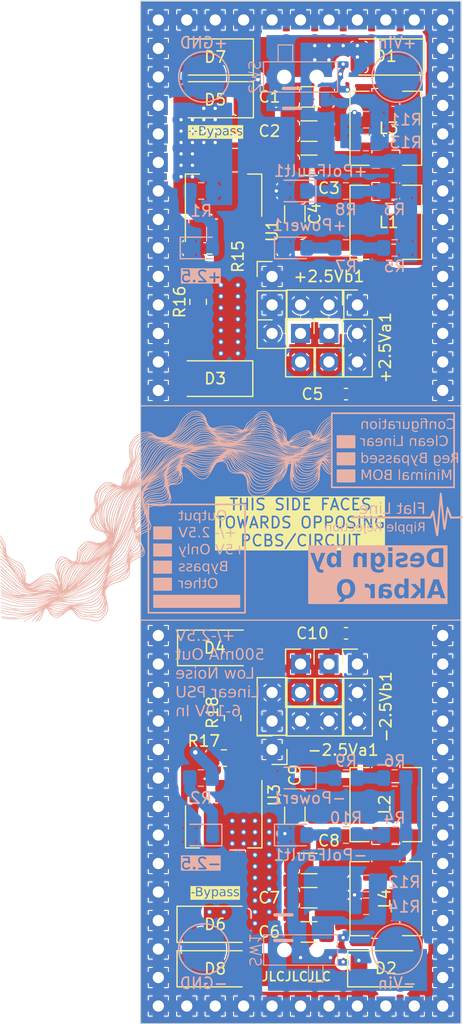
<source format=kicad_pcb>
(kicad_pcb (version 20241229) (generator "pcbnew") (generator_version "9.0")
  (title_block (title "Linear Power Supply for Amplifier") (date "2024-04-24") (rev "1.2") (company "Manufactured and SMD Hot Air Soldered") (comment 1 "Pins on the PCB Don't Stay Vertical Easily"))
  (layers (0 "F.Cu" signal) (4 "In1.Cu" signal) (6 "In2.Cu" signal) (2 "B.Cu" signal) (13 "F.Paste" user) (15 "B.Paste" user) (5 "F.SilkS" user "F.Silkscreen") (7 "B.SilkS" user "B.Silkscreen") (1 "F.Mask" user) (3 "B.Mask" user) (25 "Edge.Cuts" user))
  (net 0 "")
  (net 1 "GND")
  (net 2 "Net-(+5-A)")
  (net 3 "Net-(+5Va1-Pin_1)")
  (net 4 "Net-(+PolFault1-K)")
  (net 5 "Net-(+Power1-A)")
  (net 6 "Net-(-5-K)")
  (net 7 "Net-(-5Va1-Pin_1)")
  (net 8 "Net-(-PolFault1-A)")
  (net 9 "Net-(-Power1-K)")
  (net 10 "Net-(D1-K)")
  (net 11 "Net-(C3-Pad1)")
  (net 12 "Net-(D5-K)")
  (net 13 "Net-(D2-A)")
  (net 14 "Net-(C8-Pad1)")
  (net 15 "Net-(D6-A)")
  (net 16 "Net-(D1-A)")
  (net 17 "Net-(D2-K)")
  (net 18 "Net-(R3-Pad1)")
  (net 19 "Net-(R10-Pad2)")
  (net 20 "Net-(R5-Pad1)")
  (net 21 "Net-(R6-Pad1)")
  (net 22 "Net-(SW2-C)")
  (net 23 "Net-(SW1-C)")
  (net 24 "Net-(SW2-A)")
  (net 25 "Net-(SW1-A)")
  (net 26 "Net-(U1-ADJ)")
  (net 27 "Net-(U3-ADJ)")
  (footprint "" (layer "F.Cu") (at 30.734 35.814)
    (property "Reference" "")
    (property "Value" "")
  )
  (footprint "Connector_PinHeader_2.54mm:PinHeader_1x03_P2.54mm_Vertical" (layer "F.Cu") (at 48.514 88.138)
    (property "Reference" "-G1" (hide yes))
    (property "Value" "Conn_01x03")
  )
  (footprint "Package_TO_SOT_SMD:SOT-223-3_TabPin2" (layer "F.Cu") (at 36.562 46.38 90)
    (property "Reference" "U1")
    (property "Value" "LM317_SOT-223")
  )
  (footprint "Capacitor_SMD:C_1206_3216Metric_Pad1.33x1.80mm_HandSolder" (layer "F.Cu") (at 44.196 108.966 180)
    (property "Reference" "C7")
    (property "Value" "2.2u")
  )
  (footprint "" (layer "F.Cu") (at 30.734 85.598 180)
    (property "Reference" "")
    (property "Value" "")
  )
  (footprint "Diode_SMD:D_MELF" (layer "F.Cu") (at 51.054 115.3)
    (property "Reference" "D2")
    (property "Value" "Diode")
  )
  (footprint "Diode_SMD:D_MELF" (layer "F.Cu") (at 35.814 115.3)
    (property "Reference" "D8")
    (property "Value" "PolFaultClamp-DNP")
  )
  (footprint "Connector_PinHeader_2.54mm:PinHeader_1x02_P2.54mm_Vertical" (layer "F.Cu") (at 43.434 58.674)
    (property "Reference" "+2.5Va1")
    (property "Value" "Conn_01x02_Pin")
  )
  (footprint "Capacitor_SMD:C_1206_3216Metric_Pad1.33x1.80mm_HandSolder" (layer "F.Cu") (at 44.196 37.592 180)
    (property "Reference" "C1")
    (property "Value" "2.2u")
  )
  (footprint "" (layer "F.Cu") (at 56.134 51.054)
    (property "Reference" "")
    (property "Value" "")
  )
  (footprint "" (layer "F.Cu") (at 56.134 45.974)
    (property "Reference" "")
    (property "Value" "")
  )
  (footprint "" (layer "F.Cu") (at 56.134 56.134)
    (property "Reference" "")
    (property "Value" "")
  )
  (footprint "Connector_PinHeader_2.54mm:PinHeader_1x03_P2.54mm_Vertical" (layer "F.Cu") (at 40.894 53.594)
    (property "Reference" "+G1" (hide yes))
    (property "Value" "Conn_01x03")
  )
  (footprint "" (layer "F.Cu") (at 43.434 30.734)
    (property "Reference" "")
    (property "Value" "")
  )
  (footprint "" (layer "F.Cu") (at 56.134 48.514)
    (property "Reference" "")
    (property "Value" "")
  )
  (footprint "Capacitor_SMD:C_1206_3216Metric_Pad1.33x1.80mm_HandSolder" (layer "F.Cu") (at 44.196 40.64 180)
    (property "Reference" "C2")
    (property "Value" "2.2u")
  )
  (footprint "" (layer "F.Cu") (at 56.134 95.758 180)
    (property "Reference" "")
    (property "Value" "")
  )
  (footprint "" (layer "F.Cu") (at 30.734 53.594)
    (property "Reference" "")
    (property "Value" "")
  )
  (footprint "Diode_SMD:D_2010_5025Metric_Pad1.52x2.65mm_HandSolder" (layer "F.Cu") (at 35.814 86.7)
    (property "Reference" "D4")
    (property "Value" "D_Zener")
  )
  (footprint "" (layer "F.Cu") (at 30.734 30.734)
    (property "Reference" "")
    (property "Value" "")
  )
  (footprint "" (layer "F.Cu") (at 56.134 58.674)
    (property "Reference" "")
    (property "Value" "")
  )
  (footprint "" (layer "F.Cu") (at 30.734 95.758 180)
    (property "Reference" "")
    (property "Value" "")
  )
  (footprint "" (layer "F.Cu") (at 30.734 45.974)
    (property "Reference" "")
    (property "Value" "")
  )
  (footprint "" (layer "F.Cu") (at 56.134 88.138 180)
    (property "Reference" "")
    (property "Value" "")
  )
  (footprint "Diode_SMD:D_MELF" (layer "F.Cu") (at 51.054 34.036 180)
    (property "Reference" "D1")
    (property "Value" "Diode")
  )
  (footprint "" (layer "F.Cu") (at 53.594 30.734)
    (property "Reference" "")
    (property "Value" "")
  )
  (footprint "" (layer "F.Cu") (at 56.134 113.538 180)
    (property "Reference" "")
    (property "Value" "")
  )
  (footprint "" (layer "F.Cu") (at 51.054 30.734)
    (property "Reference" "")
    (property "Value" "")
  )
  (footprint "Diode_SMD:D_MELF" (layer "F.Cu") (at 35.814 34.036 180)
    (property "Reference" "D7")
    (property "Value" "PolFaultClamp-DNP")
  )
  (footprint "" (layer "F.Cu") (at 45.974 30.734)
    (property "Reference" "")
    (property "Value" "")
  )
  (footprint "" (layer "F.Cu") (at 56.134 105.918 180)
    (property "Reference" "")
    (property "Value" "")
  )
  (footprint "" (layer "F.Cu") (at 56.134 103.378 180)
    (property "Reference" "")
    (property "Value" "")
  )
  (footprint "" (layer "F.Cu") (at 56.134 100.838 180)
    (property "Reference" "")
    (property "Value" "")
  )
  (footprint "" (layer "F.Cu") (at 30.734 43.434)
    (property "Reference" "")
    (property "Value" "")
  )
  (footprint "" (layer "F.Cu") (at 56.134 90.678 180)
    (property "Reference" "")
    (property "Value" "")
  )
  (footprint "" (layer "F.Cu") (at 56.134 98.298 180)
    (property "Reference" "")
    (property "Value" "")
  )
  (footprint "Diode_SMD:D_MELF" (layer "F.Cu") (at 35.814 111.334)
    (property "Reference" "D6")
    (property "Value" "Bypass")
  )
  (footprint "" (layer "F.Cu") (at 40.894 118.618 180)
    (property "Reference" "")
    (property "Value" "")
  )
  (footprint "" (layer "F.Cu") (at 30.734 40.894)
    (property "Reference" "")
    (property "Value" "")
  )
  (footprint "" (layer "F.Cu") (at 33.274 118.618 180)
    (property "Reference" "")
    (property "Value" "")
  )
  (footprint "Inductor_SMD:L_6.3x6.3_H3" (layer "F.Cu") (at 51.054 109.048 90)
    (property "Reference" "L4")
    (property "Value" "L")
  )
  (footprint "Connector_PinHeader_2.54mm:PinHeader_1x02_P2.54mm_Vertical" (layer "F.Cu") (at 45.974 88.138)
    (property "Reference" "-2.5Vb1")
    (property "Value" "Conn_01x02_Pin")
  )
  (footprint "" (layer "F.Cu") (at 48.514 118.618 180)
    (property "Reference" "")
    (property "Value" "")
  )
  (footprint "" (layer "F.Cu") (at 30.734 63.754)
    (property "Reference" "")
    (property "Value" "")
  )
  (footprint "" (layer "F.Cu") (at 30.734 98.298 180)
    (property "Reference" "")
    (property "Value" "")
  )
  (footprint "" (layer "F.Cu") (at 51.054 118.618 180)
    (property "Reference" "")
    (property "Value" "")
  )
  (footprint "" (layer "F.Cu") (at 56.134 40.894)
    (property "Reference" "")
    (property "Value" "")
  )
  (footprint "Diode_SMD:D_MELF" (layer "F.Cu") (at 35.814 37.846 180)
    (property "Reference" "D5")
    (property "Value" "Bypass")
  )
  (footprint "Inductor_SMD:L_6.3x6.3_H3" (layer "F.Cu") (at 51.054 40.386 -90)
    (property "Reference" "L3")
    (property "Value" "L")
  )
  (footprint "Capacitor_SMD:C_1206_3216Metric_Pad1.33x1.80mm_HandSolder" (layer "F.Cu") (at 42.926 48.006 90)
    (property "Reference" "C4")
    (property "Value" "2.2u")
  )
  (footprint "Resistor_SMD:R_0805_2012Metric_Pad1.20x1.40mm_HandSolder" (layer "F.Cu") (at 35.29 52.324)
    (property "Reference" "R15")
    (property "Value" "680R")
  )
  (footprint "" (layer "F.Cu") (at 56.134 61.214)
    (property "Reference" "")
    (property "Value" "")
  )
  (footprint "Inductor_SMD:L_6.3x6.3_H3" (layer "F.Cu") (at 51.054 48.768 -90)
    (property "Reference" "L1")
    (property "Value" "L")
  )
  (footprint "" (layer "F.Cu") (at 56.134 53.594)
    (property "Reference" "")
    (property "Value" "")
  )
  (footprint "" (layer "F.Cu") (at 56.134 110.998 180)
    (property "Reference" "")
    (property "Value" "")
  )
  (footprint "" (layer "F.Cu") (at 30.734 61.214)
    (property "Reference" "")
    (property "Value" "")
  )
  (footprint "" (layer "F.Cu") (at 30.734 105.918 180)
    (property "Reference" "")
    (property "Value" "")
  )
  (footprint "Capacitor_SMD:C_1206_3216Metric_Pad1.33x1.80mm_HandSolder" (layer "F.Cu") (at 44.196 112.014 180)
    (property "Reference" "C6")
    (property "Value" "2.2u")
  )
  (footprint "" (layer "F.Cu") (at 30.734 116.078 180)
    (property "Reference" "")
    (property "Value" "")
  )
  (footprint "" (layer "F.Cu") (at 30.734 100.838 180)
    (property "Reference" "")
    (property "Value" "")
  )
  (footprint "Capacitor_SMD:C_1206_3216Metric_Pad1.33x1.80mm_HandSolder" (layer "F.Cu") (at 44.196 105.918 180)
    (property "Reference" "C8")
    (property "Value" "2.2u")
  )
  (footprint "" (layer "F.Cu") (at 30.734 118.618 180)
    (property "Reference" "")
    (property "Value" "")
  )
  (footprint "" (layer "F.Cu") (at 38.354 118.618 180)
    (property "Reference" "")
    (property "Value" "")
  )
  (footprint "" (layer "F.Cu") (at 56.134 43.434)
    (property "Reference" "")
    (property "Value" "")
  )
  (footprint "Capacitor_SMD:C_1206_3216Metric_Pad1.33x1.80mm_HandSolder" (layer "F.Cu") (at 44.196 43.688 180)
    (property "Reference" "C3")
    (property "Value" "2.2u")
  )
  (footprint "" (layer "F.Cu") (at 33.274 30.734)
    (property "Reference" "")
    (property "Value" "")
  )
  (footprint "" (layer "F.Cu") (at 38.354 30.734)
    (property "Reference" "")
    (property "Value" "")
  )
  (footprint "Resistor_SMD:R_0805_2012Metric_Pad1.20x1.40mm_HandSolder" (layer "F.Cu") (at 37.37 92.964 -90)
    (property "Reference" "R18")
    (property "Value" "680R")
  )
  (footprint "" (layer "F.Cu") (at 45.974 118.618 180)
    (property "Reference" "")
    (property "Value" "")
  )
  (footprint "Capacitor_SMD:C_0603_1608Metric_Pad1.08x0.95mm_HandSolder" (layer "F.Cu") (at 47.498 85.4)
    (property "Reference" "C10")
    (property "Value" "100n")
  )
  (footprint "" (layer "F.Cu") (at 30.734 93.218 180)
    (property "Reference" "")
    (property "Value" "")
  )
  (footprint "" (layer "F.Cu") (at 40.894 30.734)
    (property "Reference" "")
    (property "Value" "")
  )
  (footprint "Diode_SMD:D_2010_5025Metric_Pad1.52x2.65mm_HandSolder" (layer "F.Cu") (at 35.814 62.7 180)
    (property "Reference" "D3")
    (property "Value" "D_Zener")
  )
  (footprint "Capacitor_SMD:C_0603_1608Metric_Pad1.08x0.95mm_HandSolder" (layer "F.Cu") (at 47.498 64.08)
    (property "Reference" "C5")
    (property "Value" "100n")
  )
  (footprint "" (layer "F.Cu") (at 30.734 58.674)
    (property "Reference" "")
    (property "Value" "")
  )
  (footprint "" (layer "F.Cu") (at 30.734 33.274)
    (property "Reference" "")
    (property "Value" "")
  )
  (footprint "" (layer "F.Cu") (at 30.734 56.134)
    (property "Reference" "")
    (property "Value" "")
  )
  (footprint "" (layer "F.Cu") (at 35.814 118.618 180)
    (property "Reference" "")
    (property "Value" "")
  )
  (footprint "" (layer "F.Cu") (at 43.434 118.618 180)
    (property "Reference" "")
    (property "Value" "")
  )
  (footprint "" (layer "F.Cu") (at 30.734 108.458 180)
    (property "Reference" "")
    (property "Value" "")
  )
  (footprint "" (layer "F.Cu") (at 30.734 48.514)
    (property "Reference" "")
    (property "Value" "")
  )
  (footprint "" (layer "F.Cu") (at 30.734 88.138 180)
    (property "Reference" "")
    (property "Value" "")
  )
  (footprint "" (layer "F.Cu") (at 30.734 51.054)
    (property "Reference" "")
    (property "Value" "")
  )
  (footprint "" (layer "F.Cu") (at 56.134 93.218 180)
    (property "Reference" "")
    (property "Value" "")
  )
  (footprint "" (layer "F.Cu") (at 56.134 118.618 180)
    (property "Reference" "")
    (property "Value" "")
  )
  (footprint "Connector_PinHeader_2.54mm:PinHeader_1x02_P2.54mm_Vertical" (layer "F.Cu") (at 43.434 88.138)
    (property "Reference" "-2.5Va1")
    (property "Value" "Conn_01x02_Pin")
  )
  (footprint "Resistor_SMD:R_0805_2012Metric_Pad1.20x1.40mm_HandSolder" (layer "F.Cu") (at 34.29 55.864 90)
    (property "Reference" "R16")
    (property "Value" "680R")
  )
  (footprint "" (layer "F.Cu") (at 30.734 90.678 180)
    (property "Reference" "")
    (property "Value" "")
  )
  (footprint "" (layer "F.Cu") (at 56.134 35.814)
    (property "Reference" "")
    (property "Value" "")
  )
  (footprint "" (layer "F.Cu") (at 56.134 33.274)
    (property "Reference" "")
    (property "Value" "")
  )
  (footprint "Package_TO_SOT_SMD:SOT-223-3_TabPin2" (layer "F.Cu") (at 36.576 102.616 -90)
    (property "Reference" "U3")
    (property "Value" "LM337_SOT223")
  )
  (footprint "" (layer "F.Cu") (at 56.134 116.078 180)
    (property "Reference" "")
    (property "Value" "")
  )
  (footprint "Connector_PinHeader_2.54mm:PinHeader_1x03_P2.54mm_Vertical" (layer "F.Cu") (at 40.894 95.758 180)
    (property "Reference" "-G3" (hide yes))
    (property "Value" "Conn_01x03")
  )
  (footprint "" (layer "F.Cu") (at 56.134 30.734)
    (property "Reference" "")
    (property "Value" "")
  )
  (footprint "" (layer "F.Cu") (at 30.734 103.378 180)
    (property "Reference" "")
    (property "Value" "")
  )
  (footprint "" (layer "F.Cu") (at 56.134 63.754)
    (property "Reference" "")
    (property "Value" "")
  )
  (footprint "" (layer "F.Cu") (at 53.594 118.618 180)
    (property "Reference" "")
    (property "Value" "")
  )
  (footprint "" (layer "F.Cu") (at 48.514 30.734)
    (property "Reference" "")
    (property "Value" "")
  )
  (footprint "Connector_PinHeader_2.54mm:PinHeader_1x02_P2.54mm_Vertical" (layer "F.Cu") (at 45.974 58.674)
    (property "Reference" "+2.5Vb1")
    (property "Value" "Conn_01x02_Pin")
  )
  (footprint "" (layer "F.Cu") (at 56.134 38.354)
    (property "Reference" "")
    (property "Value" "")
  )
  (footprint "Connector_PinHeader_2.54mm:PinHeader_1x03_P2.54mm_Vertical" (layer "F.Cu") (at 40.894 56.134 90)
    (property "Reference" "+G2" (hide yes))
    (property "Value" "Conn_01x03")
  )
  (footprint "Connector_PinHeader_2.54mm:PinHeader_1x03_P2.54mm_Vertical" (layer "F.Cu") (at 40.894 93.218 90)
    (property "Reference" "-G2" (hide yes))
    (property "Value" "Conn_01x03")
  )
  (footprint "" (layer "F.Cu") (at 56.134 85.598 180)
    (property "Reference" "")
    (property "Value" "")
  )
  (footprint "Capacitor_SMD:C_1206_3216Metric_Pad1.33x1.80mm_HandSolder" (layer "F.Cu") (at 42.926 101.6 -90)
    (property "Reference" "C9")
    (property "Value" "2.2u")
  )
  (footprint "Resistor_SMD:R_0805_2012Metric_Pad1.20x1.40mm_HandSolder" (layer "F.Cu") (at 36.592 96.52 180)
    (property "Reference" "R17")
    (property "Value" "680R")
  )
  (footprint "Connector_PinHeader_2.54mm:PinHeader_1x03_P2.54mm_Vertical" (layer "F.Cu") (at 48.514 56.134)
    (property "Reference" "+G3" (hide yes))
    (property "Value" "Conn_01x03")
  )
  (footprint "" (layer "F.Cu") (at 30.734 38.354)
    (property "Reference" "")
    (property "Value" "")
  )
  (footprint "" (layer "F.Cu") (at 30.734 110.998 180)
    (property "Reference" "")
    (property "Value" "")
  )
  (footprint "Inductor_SMD:L_6.3x6.3_H3" (layer "F.Cu") (at 51.054 100.666 90)
    (property "Reference" "L2")
    (property "Value" "L")
  )
  (footprint "" (layer "F.Cu") (at 56.134 108.458 180)
    (property "Reference" "")
    (property "Value" "")
  )
  (footprint "" (layer "F.Cu") (at 30.734 113.538 180)
    (property "Reference" "")
    (property "Value" "")
  )
  (footprint "" (layer "F.Cu") (at 35.814 30.734)
    (property "Reference" "")
    (property "Value" "")
  )
  (footprint "Resistor_SMD:R_0805_2012Metric_Pad1.20x1.40mm_HandSolder" (layer "B.Cu") (at 49.276 41.656 180)
    (property "Reference" "R13")
    (property "Value" "680R")
  )
  (footprint "LOGO" (layer "B.Cu") (at 31.623 74.676 -90)
    (property "Reference" "G***" (hide yes))
    (property "Value" "LOGO" (hide yes))
  )
  (footprint "Resistor_SMD:R_0805_2012Metric_Pad1.20x1.40mm_HandSolder" (layer "B.Cu") (at 47.493 103.378)
    (property "Reference" "R10")
    (property "Value" "680R")
  )
  (footprint "Resistor_SMD:R_0805_2012Metric_Pad1.20x1.40mm_HandSolder" (layer "B.Cu") (at 34.562 45.974 180)
    (property "Reference" "R1")
    (property "Value" "680R")
  )
  (footprint "TestPoint:TestPoint_Pad_D4.0mm" (layer "B.Cu") (at 34.798 35.814 180)
    (property "Reference" "+GND")
    (property "Value" "TestPoint")
  )
  (footprint "Resistor_SMD:R_0805_2012Metric_Pad1.20x1.40mm_HandSolder" (layer "B.Cu") (at 47.477 45.976)
    (property "Reference" "R8")
    (property "Value" "680R")
  )
  (footprint "LED_SMD:LED_0805_2012Metric_Pad1.15x1.40mm_HandSolder" (layer "B.Cu") (at 34.553 51.054)
    (property "Reference" "+2.5")
    (property "Value" "LED")
  )
  (footprint "Resistor_SMD:R_0805_2012Metric_Pad1.20x1.40mm_HandSolder" (layer "B.Cu") (at 49.292 107.696 180)
    (property "Reference" "R12")
    (property "Value" "680R")
  )
  (footprint "LED_SMD:LED_0805_2012Metric_Pad1.15x1.40mm_HandSolder" (layer "B.Cu") (at 42.967 103.378)
    (property "Reference" "-PolFault1")
    (property "Value" "LED")
  )
  (footprint "Resistor_SMD:R_0805_2012Metric_Pad1.20x1.40mm_HandSolder" (layer "B.Cu") (at 34.544 98.298 180)
    (property "Reference" "R2")
    (property "Value" "680R")
  )
  (footprint "TestPoint:TestPoint_Pad_D4.0mm" (layer "B.Cu") (at 52.07 35.814 180)
    (property "Reference" "+Vin")
    (property "Value" "TestPoint")
  )
  (footprint "Resistor_SMD:R_0805_2012Metric_Pad1.20x1.40mm_HandSolder" (layer "B.Cu") (at 51.841 103.378)
    (property "Reference" "R4")
    (property "Value" "680R")
  )
  (footprint "Resistor_SMD:R_0805_2012Metric_Pad1.20x1.40mm_HandSolder" (layer "B.Cu") (at 47.493 51.054)
    (property "Reference" "R7")
    (property "Value" "680R")
  )
  (footprint "Resistor_SMD:R_0805_2012Metric_Pad1.20x1.40mm_HandSolder" (layer "B.Cu") (at 51.841 51.054)
    (property "Reference" "R5")
    (property "Value" "680R")
  )
  (footprint "LED_SMD:LED_0805_2012Metric_Pad1.15x1.40mm_HandSolder" (layer "B.Cu") (at 34.553 103.378 180)
    (property "Reference" "-2.5")
    (property "Value" "LED")
  )
  (footprint "Resistor_SMD:R_0805_2012Metric_Pad1.20x1.40mm_HandSolder" (layer "B.Cu") (at 47.493 98.298)
    (property "Reference" "R9")
    (property "Value" "680R")
  )
  (footprint "Resistor_SMD:R_0805_2012Metric_Pad1.20x1.40mm_HandSolder" (layer "B.Cu") (at 49.292 109.728 180)
    (property "Reference" "R14")
    (property "Value" "680R")
  )
  (footprint "LED_SMD:LED_0805_2012Metric_Pad1.15x1.40mm_HandSolder" (layer "B.Cu") (at 42.967 51.054)
    (property "Reference" "+Power1")
    (property "Value" "LED")
  )
  (footprint "Resistor_SMD:R_0805_2012Metric_Pad1.20x1.40mm_HandSolder" (layer "B.Cu") (at 51.825 45.974)
    (property "Reference" "R3")
    (property "Value" "680R")
  )
  (footprint "RF-Project2:SPDT-Long-SMD" (layer "B.Cu") (at 43.444 113.622 90)
    (property "Reference" "SW1")
    (property "Value" "SW_SPDT")
  )
  (footprint "LOGO" (layer "B.Cu") (at 52.959 74.803 180)
    (property "Reference" "G***" (hide yes))
    (property "Value" "LOGO" (hide yes))
  )
  (footprint "TestPoint:TestPoint_Pad_D4.0mm" (layer "B.Cu") (at 52.07 113.538)
    (property "Reference" "-Vin")
    (property "Value" "TestPoint")
  )
  (footprint "TestPoint:TestPoint_Pad_D4.0mm" (layer "B.Cu") (at 34.798 113.538)
    (property "Reference" "-GND")
    (property "Value" "TestPoint")
  )
  (footprint "Resistor_SMD:R_0805_2012Metric_Pad1.20x1.40mm_HandSolder" (layer "B.Cu") (at 51.841 98.298)
    (property "Reference" "R6")
    (property "Value" "680R")
  )
  (footprint "LED_SMD:LED_0805_2012Metric_Pad1.15x1.40mm_HandSolder" (layer "B.Cu") (at 42.967 98.298 180)
    (property "Reference" "-Power1")
    (property "Value" "LED")
  )
  (footprint "LED_SMD:LED_0805_2012Metric_Pad1.15x1.40mm_HandSolder" (layer "B.Cu") (at 42.951 45.976 180)
    (property "Reference" "+PolFault1")
    (property "Value" "LED")
  )
  (footprint "RF-Project2:SPDT-Long-SMD" (layer "B.Cu") (at 43.434 35.814 -90)
    (property "Reference" "SW2")
    (property "Value" "SW_SPDT")
  )
  (footprint "Resistor_SMD:R_0805_2012Metric_Pad1.20x1.40mm_HandSolder" (layer "B.Cu") (at 49.276 39.624 180)
    (property "Reference" "R11")
    (property "Value" "680R")
  )
  (gr_rect (start 29.144 65.125) (end 57.774 84.225) (stroke (width 0.1)) (fill no) (layer "F.SilkS"))
  (gr_rect (start 30.353 80.518) (end 31.877 81.534) (stroke (width 0.15)) (fill yes) (layer "B.SilkS"))
  (gr_rect (start 29.845 73.914) (end 38.481 83.566) (stroke (width 0.15)) (fill no) (layer "B.SilkS"))
  (gr_rect (start 29.144 65.125) (end 57.774 84.225) (stroke (width 0.1)) (fill no) (layer "B.SilkS"))
  (gr_rect (start 46.736 70.866) (end 48.26 71.882) (stroke (width 0.15)) (fill yes) (layer "B.SilkS"))
  (gr_rect (start 30.353 78.994) (end 31.877 80.01) (stroke (width 0.15)) (fill yes) (layer "B.SilkS"))
  (gr_rect (start 46.736 69.342) (end 48.26 70.358) (stroke (width 0.15)) (fill yes) (layer "B.SilkS"))
  (gr_rect (start 30.353 77.47) (end 31.877 78.486) (stroke (width 0.15)) (fill yes) (layer "B.SilkS"))
  (gr_rect (start 30.353 75.946) (end 31.877 76.962) (stroke (width 0.15)) (fill yes) (layer "B.SilkS"))
  (gr_line (start 43.434 36.83) (end 41.91 36.83) (stroke (width 0.3)) (layer "B.SilkS"))
  (gr_rect (start 46.228 65.786) (end 57.15 72.39) (stroke (width 0.15)) (fill no) (layer "B.SilkS"))
  (gr_line (start 42.672 110.49) (end 41.148 110.49) (stroke (width 0.3)) (layer "B.SilkS"))
  (gr_rect (start 30.353 82.042) (end 37.973 83.058) (stroke (width 0.15)) (fill yes) (layer "B.SilkS"))
  (gr_rect (start 46.736 67.818) (end 48.26 68.834) (stroke (width 0.15)) (fill yes) (layer "B.SilkS"))
  (gr_line (start 43.434 38.608) (end 41.91 38.608) (stroke (width 0.3)) (layer "B.SilkS"))
  (gr_line (start 42.672 112.776) (end 41.148 112.776) (stroke (width 0.3)) (layer "B.SilkS"))
  (gr_rect (start 29.144 29.042) (end 57.774 120.19) (stroke (width 0.1)) (fill no) (layer "Edge.Cuts"))
  (gr_text "+Bypass" (at 35.814 41.148 0) (layer "F.SilkS" knockout) (effects (font (size 0.8 0.8) (thickness 0.1)) (justify bottom)))
  (gr_text "THIS SIDE FACES\nTOWARDS OPPOSING\nPCBS/CIRCUIT" (at 43.434 77.724 0) (layer "F.SilkS" knockout) (effects (font (size 1 1)) (justify bottom)))
  (gr_text "-Bypass" (at 35.814 108.966 0) (layer "F.SilkS" knockout) (effects (font (size 0.8 0.8) (thickness 0.1)) (justify bottom)))
  (gr_text "JLCJLCJLC" (at 39.878 116.459 0) (layer "F.SilkS") (effects (font (size 0.8 0.8)) (justify left bottom)))
  (gr_text "Flat Line" (at 54.61 74.93 0) (layer "B.SilkS") (effects (font (size 1 1)) (justify left bottom mirror)))
  (gr_text "Output\n+/- 2.5V\n+5V Only\nBypass\nOther" (at 32.512 81.534 0) (layer "B.SilkS") (effects (font (size 0.9 0.9)) (justify right bottom mirror)))
  (gr_text "+/-2.5V\n500mA Out\nLow Noise\nLinear PSU\n6-10V In" (at 32.258 92.964 0) (layer "B.SilkS") (effects (font (size 1 1)) (justify right bottom mirror)))
  (gr_text "Ripple Rejection" (at 54.61 76.454 0) (layer "B.SilkS") (effects (font (size 0.8 0.8)) (justify left bottom mirror)))
  (gr_text "Design by\nAkbar Q" (at 56.388 82.55 0) (layer "B.SilkS" knockout) (effects (font (size 1.65 1.55) (thickness 0.375) (bold yes)) (justify left bottom mirror)))
  (gr_text "Configuration\nClean Linear\nReg Bypassed\nMinimal BOM" (at 48.768 71.882 0) (layer "B.SilkS") (effects (font (size 0.9 0.9)) (justify right bottom mirror)))
  (segment (start 48.684 36.406) (end 49.87 35.22) (width 0) (layer "B.Cu") (net 0))
  (segment (start 47.488 36.406) (end 48.684 36.406) (width 0) (layer "B.Cu") (net 0))
  (segment (start 49.87 35.22) (end 49.87 35.814) (width 0) (layer "B.Cu") (net 0))
  (via (at 39.624 36.068) (size 0.5) (drill 0.3) (layers "F.Cu" "B.Cu") (net 1))
  (via (at 47.244 114.681) (size 0.5) (drill 0.3) (layers "F.Cu" "B.Cu") (net 1))
  (via (at 47.244 34.671) (size 0.5) (drill 0.3) (layers "F.Cu" "B.Cu") (net 1))
  (via (at 47.625 36.957) (size 0.5) (drill 0.3) (layers "F.Cu" "B.Cu") (net 1))
  (via (at 41.275 45.974) (size 0.5) (drill 0.3) (layers "F.Cu" "B.Cu") (net 1))
  (via (at 48.26 38.989) (size 0.5) (drill 0.3) (layers "F.Cu" "B.Cu") (net 1))
  (via (at 48.26 108.712) (size 0.5) (drill 0.3) (layers "F.Cu" "B.Cu") (net 1))
  (via (at 46.99 35.56) (size 0.5) (drill 0.3) (layers "F.Cu" "B.Cu") (net 1))
  (via (at 42.037 103.251) (size 0.5) (drill 0.3) (layers "F.Cu" "B.Cu") (net 1))
  (via (at 47.244 112.522) (size 0.5) (drill 0.3) (layers "F.Cu" "B.Cu") (net 1))
  (segment (start 34.29 48.26) (end 33.562 47.532) (width 1) (layer "B.Cu") (net 2))
  (segment (start 34.866 48.26) (end 34.29 48.26) (width 1) (layer "B.Cu") (net 2))
  (segment (start 35.578 51.054) (end 35.578 48.972) (width 1) (layer "B.Cu") (net 2))
  (segment (start 35.578 48.972) (end 34.866 48.26) (width 1) (layer "B.Cu") (net 2))
  (segment (start 33.562 47.532) (end 33.562 45.974) (width 1) (layer "B.Cu") (net 2))
  (via (at 36.322 54.356) (size 0.5) (drill 0.3) (layers "F.Cu" "B.Cu") (net 3))
  (via (at 37.846 59.436) (size 0.5) (drill 0.3) (layers "F.Cu" "B.Cu") (net 3))
  (via (at 36.322 56.388) (size 0.5) (drill 0.3) (layers "F.Cu" "B.Cu") (net 3))
  (via (at 32.766 39.624) (size 0.5) (drill 0.3) (layers "F.Cu" "B.Cu") (net 3))
  (via (at 36.322 60.452) (size 0.5) (drill 0.3) (layers "F.Cu" "B.Cu") (net 3))
  (via (at 35.814 41.656) (size 0.5) (drill 0.3) (layers "F.Cu" "B.Cu") (net 3))
  (via (at 32.766 40.64) (size 0.5) (drill 0.3) (layers "F.Cu" "B.Cu") (net 3))
  (via (at 32.766 44.704) (size 0.5) (drill 0.3) (layers "F.Cu" "B.Cu") (net 3))
  (via (at 37.846 54.356) (size 0.5) (drill 0.3) (layers "F.Cu" "B.Cu") (net 3))
  (via (at 35.814 38.608) (size 0.5) (drill 0.3) (layers "F.Cu" "B.Cu") (net 3))
  (via (at 36.322 59.436) (size 0.5) (drill 0.3) (layers "F.Cu" "B.Cu") (net 3))
  (via (at 33.782 42.672) (size 0.5) (drill 0.3) (layers "F.Cu" "B.Cu") (net 3))
  (via (at 36.322 58.42) (size 0.5) (drill 0.3) (layers "F.Cu" "B.Cu") (net 3))
  (via (at 37.846 56.388) (size 0.5) (drill 0.3) (layers "F.Cu" "B.Cu") (net 3))
  (via (at 36.322 55.372) (size 0.5) (drill 0.3) (layers "F.Cu" "B.Cu") (net 3))
  (via (at 37.846 60.452) (size 0.5) (drill 0.3) (layers "F.Cu" "B.Cu") (net 3))
  (via (at 35.814 39.624) (size 0.5) (drill 0.3) (layers "F.Cu" "B.Cu") (net 3))
  (via (at 37.846 57.404) (size 0.5) (drill 0.3) (layers "F.Cu" "B.Cu") (net 3))
  (via (at 34.798 39.624) (size 0.5) (drill 0.3) (layers "F.Cu" "B.Cu") (net 3))
  (via (at 32.766 43.688) (size 0.5) (drill 0.3) (layers "F.Cu" "B.Cu") (net 3))
  (via (at 36.322 57.404) (size 0.5) (drill 0.3) (layers "F.Cu" "B.Cu") (net 3))
  (via (at 34.798 40.64) (size 0.5) (drill 0.3) (layers "F.Cu" "B.Cu") (net 3))
  (via (at 32.766 41.656) (size 0.5) (drill 0.3) (layers "F.Cu" "B.Cu") (net 3))
  (via (at 33.782 44.704) (size 0.5) (drill 0.3) (layers "F.Cu" "B.Cu") (net 3))
  (via (at 34.798 41.656) (size 0.5) (drill 0.3) (layers "F.Cu" "B.Cu") (net 3))
  (via (at 33.782 41.656) (size 0.5) (drill 0.3) (layers "F.Cu" "B.Cu") (net 3))
  (via (at 33.782 39.624) (size 0.5) (drill 0.3) (layers "F.Cu" "B.Cu") (net 3))
  (via (at 32.766 42.672) (size 0.5) (drill 0.3) (layers "F.Cu" "B.Cu") (net 3))
  (via (at 33.782 40.64) (size 0.5) (drill 0.3) (layers "F.Cu" "B.Cu") (net 3))
  (via (at 37.846 55.372) (size 0.5) (drill 0.3) (layers "F.Cu" "B.Cu") (net 3))
  (via (at 37.846 58.42) (size 0.5) (drill 0.3) (layers "F.Cu" "B.Cu") (net 3))
  (via (at 35.814 40.64) (size 0.5) (drill 0.3) (layers "F.Cu" "B.Cu") (net 3))
  (via (at 34.798 38.608) (size 0.5) (drill 0.3) (layers "F.Cu" "B.Cu") (net 3))
  (via (at 33.782 43.688) (size 0.5) (drill 0.3) (layers "F.Cu" "B.Cu") (net 3))
  (segment (start 43.976 45.976) (end 46.477 45.976) (width 1) (layer "B.Cu") (net 4))
  (segment (start 43.992 51.054) (end 46.493 51.054) (width 1) (layer "B.Cu") (net 5))
  (segment (start 35.578 101.364) (end 35.578 103.378) (width 1) (layer "B.Cu") (net 6))
  (segment (start 33.544 99.33) (end 35.578 101.364) (width 1) (layer "B.Cu") (net 6))
  (segment (start 33.544 98.298) (end 33.544 99.33) (width 1) (layer "B.Cu") (net 6))
  (via (at 34.036 96.012) (size 0.8) (drill 0.4) (layers "F.Cu" "B.Cu") (net 7))
  (segment (start 35.544 97.52) (end 34.036 96.012) (width 1) (layer "B.Cu") (net 7))
  (segment (start 35.544 98.298) (end 35.544 97.52) (width 1) (layer "B.Cu") (net 7))
  (segment (start 46.493 103.378) (end 43.992 103.378) (width 1) (layer "B.Cu") (net 8))
  (segment (start 43.992 98.298) (end 46.493 98.298) (width 1) (layer "B.Cu") (net 9))
  (segment (start 46.3105 43.136) (end 45.7585 43.688) (width 0.8) (layer "F.Cu") (net 11))
  (segment (start 51.054 43.136) (end 46.3105 43.136) (width 0.8) (layer "F.Cu") (net 11))
  (segment (start 51.054 43.136) (end 51.054 46.018) (width 0.8) (layer "F.Cu") (net 11))
  (via (at 37.338 102.108) (size 0.5) (drill 0.3) (layers "F.Cu" "B.Cu") (net 15))
  (via (at 39.37 105.156) (size 0.5) (drill 0.3) (layers "F.Cu" "B.Cu") (net 15))
  (via (at 40.64 108.204) (size 0.5) (drill 0.3) (layers "F.Cu" "B.Cu") (net 15))
  (via (at 37.338 103.124) (size 0.5) (drill 0.3) (layers "F.Cu" "B.Cu") (net 15))
  (via (at 37.338 104.14) (size 0.5) (drill 0.3) (layers "F.Cu" "B.Cu") (net 15))
  (via (at 40.64 106.172) (size 0.5) (drill 0.3) (layers "F.Cu" "B.Cu") (net 15))
  (via (at 39.37 104.14) (size 0.5) (drill 0.3) (layers "F.Cu" "B.Cu") (net 15))
  (via (at 38.354 102.108) (size 0.5) (drill 0.3) (layers "F.Cu" "B.Cu") (net 15))
  (via (at 39.37 110.236) (size 0.5) (drill 0.3) (layers "F.Cu" "B.Cu") (net 15))
  (via (at 38.354 103.124) (size 0.5) (drill 0.3) (layers "F.Cu" "B.Cu") (net 15))
  (via (at 39.37 109.22) (size 0.5) (drill 0.3) (layers "F.Cu" "B.Cu") (net 15))
  (via (at 40.64 107.188) (size 0.5) (drill 0.3) (layers "F.Cu" "B.Cu") (net 15))
  (via (at 39.37 106.172) (size 0.5) (drill 0.3) (layers "F.Cu" "B.Cu") (net 15))
  (via (at 39.37 102.108) (size 0.5) (drill 0.3) (layers "F.Cu" "B.Cu") (net 15))
  (via (at 40.64 110.236) (size 0.5) (drill 0.3) (layers "F.Cu" "B.Cu") (net 15))
  (via (at 39.37 108.204) (size 0.5) (drill 0.3) (layers "F.Cu" "B.Cu") (net 15))
  (via (at 39.37 111.252) (size 0.5) (drill 0.3) (layers "F.Cu" "B.Cu") (net 15))
  (via (at 40.64 103.124) (size 0.5) (drill 0.3) (layers "F.Cu" "B.Cu") (net 15))
  (via (at 40.64 102.108) (size 0.5) (drill 0.3) (layers "F.Cu" "B.Cu") (net 15))
  (via (at 35.306 110.236) (size 0.5) (drill 0.3) (layers "F.Cu" "B.Cu") (net 15))
  (via (at 39.37 103.124) (size 0.5) (drill 0.3) (layers "F.Cu" "B.Cu") (net 15))
  (via (at 40.64 109.22) (size 0.5) (drill 0.3) (layers "F.Cu" "B.Cu") (net 15))
  (via (at 38.354 104.14) (size 0.5) (drill 0.3) (layers "F.Cu" "B.Cu") (net 15))
  (via (at 39.37 107.188) (size 0.5) (drill 0.3) (layers "F.Cu" "B.Cu") (net 15))
  (via (at 40.64 105.156) (size 0.5) (drill 0.3) (layers "F.Cu" "B.Cu") (net 15))
  (via (at 40.64 104.14) (size 0.5) (drill 0.3) (layers "F.Cu" "B.Cu") (net 15))
  (via (at 36.576 110.236) (size 0.5) (drill 0.3) (layers "F.Cu" "B.Cu") (net 15))
  (via (at 44.704 34.29) (size 0.5) (drill 0.3) (layers "F.Cu" "B.Cu") (net 16))
  (via (at 48.514 34.036) (size 0.5) (drill 0.3) (layers "F.Cu" "B.Cu") (net 16))
  (via (at 48.514 33.02) (size 0.5) (drill 0.3) (layers "F.Cu" "B.Cu") (net 16))
  (via (at 47.244 33.02) (size 0.5) (drill 0.3) (layers "F.Cu" "B.Cu") (net 16))
  (via (at 45.974 33.02) (size 0.5) (drill 0.3) (layers "F.Cu" "B.Cu") (net 16))
  (via (at 45.974 34.29) (size 0.5) (drill 0.3) (layers "F.Cu" "B.Cu") (net 16))
  (via (at 44.704 33.02) (size 0.5) (drill 0.3) (layers "F.Cu" "B.Cu") (net 16))
  (via (at 48.641 114.554) (size 0.5) (drill 0.3) (layers "F.Cu" "B.Cu") (net 17))
  (via (at 43.434 114.3) (size 0.5) (drill 0.3) (layers "F.Cu" "B.Cu") (net 17))
  (via (at 46.101 114.3) (size 0.5) (drill 0.3) (layers "F.Cu" "B.Cu") (net 17))
  (segment (start 52.197 105.156) (end 52.841 104.512) (width 1) (layer "B.Cu") (net 17))
  (segment (start 43.815 105.156) (end 52.197 105.156) (width 1) (layer "B.Cu") (net 17))
  (segment (start 52.841 104.512) (end 52.841 103.378) (width 1) (layer "B.Cu") (net 17))
  (segment (start 42.744 111.622) (end 42.744 106.227) (width 1) (layer "B.Cu") (net 17))
  (segment (start 42.744 106.227) (end 43.815 105.156) (width 1) (layer "B.Cu") (net 17))
  (segment (start 52.841 98.298) (end 52.841 103.378) (width 1) (layer "B.Cu") (net 17))
  (segment (start 48.477 45.976) (end 50.823 45.976) (width 1) (layer "B.Cu") (net 18))
  (segment (start 50.823 45.976) (end 50.825 45.974) (width 1) (layer "B.Cu") (net 18))
  (segment (start 48.493 103.378) (end 50.841 103.378) (width 1) (layer "B.Cu") (net 19))
  (segment (start 48.493 51.054) (end 50.841 51.054) (width 1) (layer "B.Cu") (net 20))
  (segment (start 48.493 98.298) (end 50.841 98.298) (width 1) (layer "B.Cu") (net 21))
  (zone (net 17) (net_name "Net-(D2-K)") (layer "F.Cu") (priority 5) (connect_pads (clearance 0.5)) (min_thickness 0.25) (fill yes (thermal_gap 0.1) (thermal_bridge_width 1))
    (polygon (pts (xy 37.211 116.84) (xy 49.657 116.84) (xy 49.53 113.919) (xy 37.084 113.919)))
  )
  (zone (net 12) (net_name "Net-(D5-K)") (layer "F.Cu") (priority 1) (connect_pads (clearance 0.5)) (min_thickness 0.25) (fill yes (thermal_gap 0.1) (thermal_bridge_width 1))
    (polygon (pts (xy 54.356 48.006) (xy 37.846 48.006) (xy 37.846 51.308) (xy 49.022 51.308) (xy 49.022 52.578) (xy 54.356 52.578)))
  )
  (zone (net 26) (net_name "Net-(U1-ADJ)") (layer "F.Cu") (priority 4) (connect_pads (clearance 0.5)) (min_thickness 0.25) (fill yes (thermal_gap 0.1) (thermal_bridge_width 1))
    (polygon (pts (xy 35.052 48.514) (xy 35.052 55.626) (xy 33.02 55.626) (xy 33.02 48.514)))
  )
  (zone (net 3) (net_name "Net-(+5Va1-Pin_1)") (layer "F.Cu") (priority 6) (connect_pads (clearance 0.5)) (min_thickness 0.25) (fill yes (thermal_gap 0.1) (thermal_bridge_width 1))
    (polygon (pts (xy 42.418 60.706) (xy 42.418 57.658) (xy 47.244 57.658) (xy 47.244 64.77) (xy 35.56 64.77) (xy 35.56 60.706)))
  )
  (zone (net 10) (net_name "Net-(D1-K)") (layer "F.Cu") (priority 5) (connect_pads (clearance 0.5)) (min_thickness 0.25) (fill yes (thermal_gap 0.1) (thermal_bridge_width 1))
    (polygon (pts (xy 50.8 32.258) (xy 50.8 36.449) (xy 44.958 36.449) (xy 44.958 41.529) (xy 48.006 41.529) (xy 48.006 40.894) (xy 54.102 40.894) (xy 54.102 32.258)))
  )
  (zone (net 16) (net_name "Net-(D1-A)") (layer "F.Cu") (priority 5) (connect_pads (clearance 0.5)) (min_thickness 0.25) (fill yes (thermal_gap 0.1) (thermal_bridge_width 1))
    (polygon (pts (xy 36.83 35.814) (xy 50.038 35.814) (xy 50.038 32.258) (xy 36.83 32.258)))
  )
  (zone (net 13) (net_name "Net-(D2-A)") (layer "F.Cu") (priority 5) (connect_pads (clearance 0.5)) (min_thickness 0.5) (fill yes (thermal_gap 0.1) (thermal_bridge_width 1))
    (polygon (pts (xy 50.546 117.094) (xy 50.546 113.284) (xy 44.704 113.284) (xy 44.704 107.442) (xy 48.26 107.442) (xy 48.26 108.204) (xy 54.356 108.204) (xy 54.356 117.094)))
  )
  (zone (net 11) (net_name "Net-(C3-Pad1)") (layer "F.Cu") (priority 2) (connect_pads (clearance 0.5)) (min_thickness 0.25) (fill yes (thermal_gap 0.1) (thermal_bridge_width 1))
    (polygon (pts (xy 44.704 42.418) (xy 44.704 47.244) (xy 54.356 47.244) (xy 54.356 41.656) (xy 48.768 41.656) (xy 48.768 42.418)))
  )
  (zone (net 27) (net_name "Net-(U3-ADJ)") (layer "F.Cu") (priority 4) (connect_pads (clearance 0.5)) (min_thickness 0.25) (fill yes (thermal_gap 0.1) (thermal_bridge_width 1))
    (polygon (pts (xy 36.576 92.964) (xy 36.576 94.996) (xy 36.83 94.996) (xy 36.83 97.79) (xy 37.846 97.79) (xy 37.846 100.584) (xy 39.878 100.584) (xy 39.878 97.79) (xy 39.116 97.79) (xy 39.116 92.964)))
  )
  (zone (net 12) (net_name "Net-(D5-K)") (layer "F.Cu") (priority 2) (connect_pads (clearance 0.5)) (min_thickness 0.25) (fill yes (thermal_gap 0.1) (thermal_bridge_width 1))
    (polygon (pts (xy 37.338 36.322) (xy 37.338 40.894) (xy 39.878 40.894) (xy 39.878 48.768) (xy 41.148 48.768) (xy 41.148 36.322)))
  )
  (zone (net 7) (net_name "Net-(-5Va1-Pin_1)") (layer "F.Cu") (priority 2) (connect_pads (clearance 0.5)) (min_thickness 0.25) (fill yes (thermal_gap 0.2) (thermal_bridge_width 1))
    (polygon (pts (xy 36.322 97.282) (xy 36.322 101.854) (xy 34.29 101.854) (xy 34.29 113.284) (xy 32.766 113.284) (xy 32.766 97.282)))
  )
  (zone (net 15) (net_name "Net-(D6-A)") (layer "F.Cu") (priority 1) (connect_pads (clearance 0.5)) (min_thickness 0.25) (fill yes (thermal_gap 0.1) (thermal_bridge_width 1))
    (polygon (pts (xy 54.356 102.362) (xy 38.862 102.362) (xy 38.862 98.298) (xy 49.022 98.298) (xy 49.022 97.028) (xy 54.356 97.028)))
  )
  (zone (net 14) (net_name "Net-(C8-Pad1)") (layer "F.Cu") (connect_pads (clearance 0.5)) (min_thickness 0.25) (fill yes (thermal_gap 0.1) (thermal_bridge_width 1))
    (polygon (pts (xy 44.831 106.934) (xy 44.831 102.743) (xy 52.832 102.743) (xy 52.832 107.442) (xy 49.022 107.442) (xy 49.022 106.934)))
  )
  (zone (net 7) (net_name "Net-(-5Va1-Pin_1)") (layer "F.Cu") (priority 8) (connect_pads (clearance 0.5)) (min_thickness 0.25) (fill yes (thermal_gap 0.1) (thermal_bridge_width 1))
    (polygon (pts (xy 36.322 97.79) (xy 32.766 97.79) (xy 32.766 89.154) (xy 34.798 89.154) (xy 34.798 84.836) (xy 47.244 84.836) (xy 47.244 91.948) (xy 42.164 91.948) (xy 42.164 88.9) (xy 39.116 88.9) (xy 39.116 90.932) (xy 36.322 90.932)))
  )
  (zone (net 1) (net_name "GND") (layers "F.Cu" "B.Cu" "In1.Cu" "In2.Cu") (connect_pads (clearance 0.5)) (min_thickness 0.25) (fill yes (thermal_gap 0.1) (thermal_bridge_width 1))
    (polygon (pts (xy 57.912 28.956) (xy 57.912 120.142) (xy 28.956 120.142) (xy 28.956 28.956)))
  )
  (zone (net 3) (net_name "Net-(+5Va1-Pin_1)") (layers "F.Cu" "In1.Cu") (priority 3) (connect_pads (clearance 0.5)) (min_thickness 0.25) (fill yes (thermal_gap 0.1) (thermal_bridge_width 1))
    (polygon (pts (xy 38.608 48.006) (xy 38.608 63.754) (xy 35.56 63.754) (xy 35.56 48.006) (xy 32.004 48.006) (xy 32.004 36.068) (xy 36.83 36.068) (xy 36.83 41.656) (xy 39.116 41.656) (xy 39.116 48.006)))
  )
  (zone (net 15) (net_name "Net-(D6-A)") (layers "F.Cu" "In1.Cu") (priority 7) (connect_pads (clearance 0.5)) (min_thickness 0.25) (fill yes (thermal_gap 0.1) (thermal_bridge_width 1))
    (polygon (pts (xy 41.402 101.092) (xy 41.402 113.03) (xy 34.798 113.03) (xy 34.798 101.092) (xy 35.56 101.092) (xy 35.56 98.044) (xy 37.592 98.044) (xy 37.592 101.092)))
  )
  (zone (net 16) (net_name "Net-(D1-A)") (layer "B.Cu") (priority 16) (connect_pads (clearance 0.5)) (min_thickness 0.1) (fill yes (thermal_gap 0.01) (thermal_bridge_width 1))
    (polygon (pts (xy 44.45 38.354) (xy 43.434 38.354) (xy 43.434 32.766) (xy 50.038 32.766) (xy 50.038 35.814) (xy 44.45 35.814)))
  )
  (zone (net 24) (net_name "Net-(SW2-A)") (layer "B.Cu") (priority 9) (connect_pads (clearance 0.5)) (min_thickness 0.1) (fill yes (thermal_gap 0.1) (thermal_bridge_width 1))
    (polygon (pts (xy 54.356 37.084) (xy 48.768 37.084) (xy 48.768 34.036) (xy 43.18 34.036) (xy 43.18 38.862) (xy 40.386 38.862) (xy 40.386 32.004) (xy 54.356 32.004)))
  )
  (zone (net 23) (net_name "Net-(SW1-C)") (layer "B.Cu") (priority 15) (connect_pads (clearance 0.5)) (min_thickness 0.1) (fill yes (thermal_gap 0.01) (thermal_bridge_width 1))
    (polygon (pts (xy 50.292 113.538) (xy 54.737 113.538) (xy 54.737 117.348) (xy 40.513 117.348) (xy 40.513 110.998) (xy 42.164 110.998) (xy 42.164 115.316) (xy 50.292 115.316)))
  )
  (zone (net 25) (net_name "Net-(SW1-A)") (layer "B.Cu") (priority 14) (connect_pads (clearance 0.5)) (min_thickness 0.1) (fill yes (thermal_gap 0.01) (thermal_bridge_width 1))
    (polygon (pts (xy 44.45 112.649) (xy 46.355 112.649) (xy 46.355 111.379) (xy 51.054 111.379) (xy 51.181 106.807) (xy 49.53 106.807) (xy 49.53 110.617) (xy 44.45 110.617)))
  )
  (zone (net 17) (net_name "Net-(D2-K)") (layer "B.Cu") (priority 13) (connect_pads (clearance 0.5)) (min_thickness 0.25) (fill yes (thermal_gap 0.1) (thermal_bridge_width 1))
    (polygon (pts (xy 42.418 110.998) (xy 42.418 113.538) (xy 42.418 115.189) (xy 50.038 115.189) (xy 50.038 113.538) (xy 44.196 113.538) (xy 44.196 110.998)))
  )
  (zone (net 22) (net_name "Net-(SW2-C)") (layer "B.Cu") (priority 10) (connect_pads (clearance 0.5)) (min_thickness 0.1) (fill yes (thermal_gap 0.1) (thermal_bridge_width 1))
    (polygon (pts (xy 45.212 37.338) (xy 51.308 37.338) (xy 51.308 42.672) (xy 49.53 42.672) (xy 49.53 38.608) (xy 45.212 38.608)))
  )
  (zone (net 16) (net_name "Net-(D1-A)") (layer "B.Cu") (priority 11) (connect_pads (clearance 0.5)) (min_thickness 0.1) (fill yes (thermal_gap 0.1) (thermal_bridge_width 1))
    (polygon (pts (xy 43.434 37.338) (xy 44.704 37.338) (xy 44.704 38.862) (xy 46.482 38.862) (xy 46.482 42.672) (xy 53.848 42.672) (xy 53.848 52.324) (xy 51.816 52.324) (xy 51.816 43.942) (xy 43.434 43.942)))
  )
  (zone (net 3) (net_name "Net-(+5Va1-Pin_1)") (layer "B.Cu") (priority 12) (connect_pads (clearance 0.5)) (min_thickness 0.25) (fill yes (thermal_gap 0.2) (thermal_bridge_width 1))
    (polygon (pts (xy 32.004 38.1) (xy 37.338 38.1) (xy 37.338 47.244) (xy 34.29 47.244) (xy 34.29 45.212) (xy 32.004 45.212)))
  )
)
</source>
